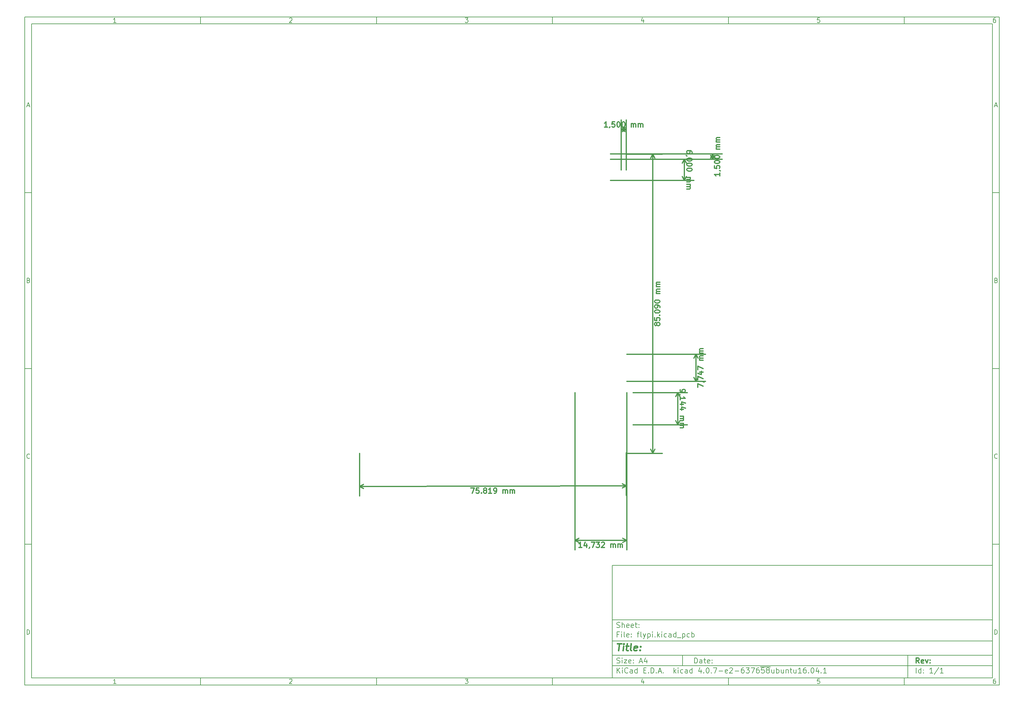
<source format=gbr>
G04 #@! TF.FileFunction,Other,ECO2*
%FSLAX46Y46*%
G04 Gerber Fmt 4.6, Leading zero omitted, Abs format (unit mm)*
G04 Created by KiCad (PCBNEW 4.0.7-e2-6376~58~ubuntu16.04.1) date Sun Jan 28 20:38:59 2018*
%MOMM*%
%LPD*%
G01*
G04 APERTURE LIST*
%ADD10C,0.100000*%
%ADD11C,0.150000*%
%ADD12C,0.300000*%
%ADD13C,0.400000*%
G04 APERTURE END LIST*
D10*
D11*
X177002200Y-166007200D02*
X177002200Y-198007200D01*
X285002200Y-198007200D01*
X285002200Y-166007200D01*
X177002200Y-166007200D01*
D10*
D11*
X10000000Y-10000000D02*
X10000000Y-200007200D01*
X287002200Y-200007200D01*
X287002200Y-10000000D01*
X10000000Y-10000000D01*
D10*
D11*
X12000000Y-12000000D02*
X12000000Y-198007200D01*
X285002200Y-198007200D01*
X285002200Y-12000000D01*
X12000000Y-12000000D01*
D10*
D11*
X60000000Y-12000000D02*
X60000000Y-10000000D01*
D10*
D11*
X110000000Y-12000000D02*
X110000000Y-10000000D01*
D10*
D11*
X160000000Y-12000000D02*
X160000000Y-10000000D01*
D10*
D11*
X210000000Y-12000000D02*
X210000000Y-10000000D01*
D10*
D11*
X260000000Y-12000000D02*
X260000000Y-10000000D01*
D10*
D11*
X35990476Y-11588095D02*
X35247619Y-11588095D01*
X35619048Y-11588095D02*
X35619048Y-10288095D01*
X35495238Y-10473810D01*
X35371429Y-10597619D01*
X35247619Y-10659524D01*
D10*
D11*
X85247619Y-10411905D02*
X85309524Y-10350000D01*
X85433333Y-10288095D01*
X85742857Y-10288095D01*
X85866667Y-10350000D01*
X85928571Y-10411905D01*
X85990476Y-10535714D01*
X85990476Y-10659524D01*
X85928571Y-10845238D01*
X85185714Y-11588095D01*
X85990476Y-11588095D01*
D10*
D11*
X135185714Y-10288095D02*
X135990476Y-10288095D01*
X135557143Y-10783333D01*
X135742857Y-10783333D01*
X135866667Y-10845238D01*
X135928571Y-10907143D01*
X135990476Y-11030952D01*
X135990476Y-11340476D01*
X135928571Y-11464286D01*
X135866667Y-11526190D01*
X135742857Y-11588095D01*
X135371429Y-11588095D01*
X135247619Y-11526190D01*
X135185714Y-11464286D01*
D10*
D11*
X185866667Y-10721429D02*
X185866667Y-11588095D01*
X185557143Y-10226190D02*
X185247619Y-11154762D01*
X186052381Y-11154762D01*
D10*
D11*
X235928571Y-10288095D02*
X235309524Y-10288095D01*
X235247619Y-10907143D01*
X235309524Y-10845238D01*
X235433333Y-10783333D01*
X235742857Y-10783333D01*
X235866667Y-10845238D01*
X235928571Y-10907143D01*
X235990476Y-11030952D01*
X235990476Y-11340476D01*
X235928571Y-11464286D01*
X235866667Y-11526190D01*
X235742857Y-11588095D01*
X235433333Y-11588095D01*
X235309524Y-11526190D01*
X235247619Y-11464286D01*
D10*
D11*
X285866667Y-10288095D02*
X285619048Y-10288095D01*
X285495238Y-10350000D01*
X285433333Y-10411905D01*
X285309524Y-10597619D01*
X285247619Y-10845238D01*
X285247619Y-11340476D01*
X285309524Y-11464286D01*
X285371429Y-11526190D01*
X285495238Y-11588095D01*
X285742857Y-11588095D01*
X285866667Y-11526190D01*
X285928571Y-11464286D01*
X285990476Y-11340476D01*
X285990476Y-11030952D01*
X285928571Y-10907143D01*
X285866667Y-10845238D01*
X285742857Y-10783333D01*
X285495238Y-10783333D01*
X285371429Y-10845238D01*
X285309524Y-10907143D01*
X285247619Y-11030952D01*
D10*
D11*
X60000000Y-198007200D02*
X60000000Y-200007200D01*
D10*
D11*
X110000000Y-198007200D02*
X110000000Y-200007200D01*
D10*
D11*
X160000000Y-198007200D02*
X160000000Y-200007200D01*
D10*
D11*
X210000000Y-198007200D02*
X210000000Y-200007200D01*
D10*
D11*
X260000000Y-198007200D02*
X260000000Y-200007200D01*
D10*
D11*
X35990476Y-199595295D02*
X35247619Y-199595295D01*
X35619048Y-199595295D02*
X35619048Y-198295295D01*
X35495238Y-198481010D01*
X35371429Y-198604819D01*
X35247619Y-198666724D01*
D10*
D11*
X85247619Y-198419105D02*
X85309524Y-198357200D01*
X85433333Y-198295295D01*
X85742857Y-198295295D01*
X85866667Y-198357200D01*
X85928571Y-198419105D01*
X85990476Y-198542914D01*
X85990476Y-198666724D01*
X85928571Y-198852438D01*
X85185714Y-199595295D01*
X85990476Y-199595295D01*
D10*
D11*
X135185714Y-198295295D02*
X135990476Y-198295295D01*
X135557143Y-198790533D01*
X135742857Y-198790533D01*
X135866667Y-198852438D01*
X135928571Y-198914343D01*
X135990476Y-199038152D01*
X135990476Y-199347676D01*
X135928571Y-199471486D01*
X135866667Y-199533390D01*
X135742857Y-199595295D01*
X135371429Y-199595295D01*
X135247619Y-199533390D01*
X135185714Y-199471486D01*
D10*
D11*
X185866667Y-198728629D02*
X185866667Y-199595295D01*
X185557143Y-198233390D02*
X185247619Y-199161962D01*
X186052381Y-199161962D01*
D10*
D11*
X235928571Y-198295295D02*
X235309524Y-198295295D01*
X235247619Y-198914343D01*
X235309524Y-198852438D01*
X235433333Y-198790533D01*
X235742857Y-198790533D01*
X235866667Y-198852438D01*
X235928571Y-198914343D01*
X235990476Y-199038152D01*
X235990476Y-199347676D01*
X235928571Y-199471486D01*
X235866667Y-199533390D01*
X235742857Y-199595295D01*
X235433333Y-199595295D01*
X235309524Y-199533390D01*
X235247619Y-199471486D01*
D10*
D11*
X285866667Y-198295295D02*
X285619048Y-198295295D01*
X285495238Y-198357200D01*
X285433333Y-198419105D01*
X285309524Y-198604819D01*
X285247619Y-198852438D01*
X285247619Y-199347676D01*
X285309524Y-199471486D01*
X285371429Y-199533390D01*
X285495238Y-199595295D01*
X285742857Y-199595295D01*
X285866667Y-199533390D01*
X285928571Y-199471486D01*
X285990476Y-199347676D01*
X285990476Y-199038152D01*
X285928571Y-198914343D01*
X285866667Y-198852438D01*
X285742857Y-198790533D01*
X285495238Y-198790533D01*
X285371429Y-198852438D01*
X285309524Y-198914343D01*
X285247619Y-199038152D01*
D10*
D11*
X10000000Y-60000000D02*
X12000000Y-60000000D01*
D10*
D11*
X10000000Y-110000000D02*
X12000000Y-110000000D01*
D10*
D11*
X10000000Y-160000000D02*
X12000000Y-160000000D01*
D10*
D11*
X10690476Y-35216667D02*
X11309524Y-35216667D01*
X10566667Y-35588095D02*
X11000000Y-34288095D01*
X11433333Y-35588095D01*
D10*
D11*
X11092857Y-84907143D02*
X11278571Y-84969048D01*
X11340476Y-85030952D01*
X11402381Y-85154762D01*
X11402381Y-85340476D01*
X11340476Y-85464286D01*
X11278571Y-85526190D01*
X11154762Y-85588095D01*
X10659524Y-85588095D01*
X10659524Y-84288095D01*
X11092857Y-84288095D01*
X11216667Y-84350000D01*
X11278571Y-84411905D01*
X11340476Y-84535714D01*
X11340476Y-84659524D01*
X11278571Y-84783333D01*
X11216667Y-84845238D01*
X11092857Y-84907143D01*
X10659524Y-84907143D01*
D10*
D11*
X11402381Y-135464286D02*
X11340476Y-135526190D01*
X11154762Y-135588095D01*
X11030952Y-135588095D01*
X10845238Y-135526190D01*
X10721429Y-135402381D01*
X10659524Y-135278571D01*
X10597619Y-135030952D01*
X10597619Y-134845238D01*
X10659524Y-134597619D01*
X10721429Y-134473810D01*
X10845238Y-134350000D01*
X11030952Y-134288095D01*
X11154762Y-134288095D01*
X11340476Y-134350000D01*
X11402381Y-134411905D01*
D10*
D11*
X10659524Y-185588095D02*
X10659524Y-184288095D01*
X10969048Y-184288095D01*
X11154762Y-184350000D01*
X11278571Y-184473810D01*
X11340476Y-184597619D01*
X11402381Y-184845238D01*
X11402381Y-185030952D01*
X11340476Y-185278571D01*
X11278571Y-185402381D01*
X11154762Y-185526190D01*
X10969048Y-185588095D01*
X10659524Y-185588095D01*
D10*
D11*
X287002200Y-60000000D02*
X285002200Y-60000000D01*
D10*
D11*
X287002200Y-110000000D02*
X285002200Y-110000000D01*
D10*
D11*
X287002200Y-160000000D02*
X285002200Y-160000000D01*
D10*
D11*
X285692676Y-35216667D02*
X286311724Y-35216667D01*
X285568867Y-35588095D02*
X286002200Y-34288095D01*
X286435533Y-35588095D01*
D10*
D11*
X286095057Y-84907143D02*
X286280771Y-84969048D01*
X286342676Y-85030952D01*
X286404581Y-85154762D01*
X286404581Y-85340476D01*
X286342676Y-85464286D01*
X286280771Y-85526190D01*
X286156962Y-85588095D01*
X285661724Y-85588095D01*
X285661724Y-84288095D01*
X286095057Y-84288095D01*
X286218867Y-84350000D01*
X286280771Y-84411905D01*
X286342676Y-84535714D01*
X286342676Y-84659524D01*
X286280771Y-84783333D01*
X286218867Y-84845238D01*
X286095057Y-84907143D01*
X285661724Y-84907143D01*
D10*
D11*
X286404581Y-135464286D02*
X286342676Y-135526190D01*
X286156962Y-135588095D01*
X286033152Y-135588095D01*
X285847438Y-135526190D01*
X285723629Y-135402381D01*
X285661724Y-135278571D01*
X285599819Y-135030952D01*
X285599819Y-134845238D01*
X285661724Y-134597619D01*
X285723629Y-134473810D01*
X285847438Y-134350000D01*
X286033152Y-134288095D01*
X286156962Y-134288095D01*
X286342676Y-134350000D01*
X286404581Y-134411905D01*
D10*
D11*
X285661724Y-185588095D02*
X285661724Y-184288095D01*
X285971248Y-184288095D01*
X286156962Y-184350000D01*
X286280771Y-184473810D01*
X286342676Y-184597619D01*
X286404581Y-184845238D01*
X286404581Y-185030952D01*
X286342676Y-185278571D01*
X286280771Y-185402381D01*
X286156962Y-185526190D01*
X285971248Y-185588095D01*
X285661724Y-185588095D01*
D10*
D11*
X200359343Y-193785771D02*
X200359343Y-192285771D01*
X200716486Y-192285771D01*
X200930771Y-192357200D01*
X201073629Y-192500057D01*
X201145057Y-192642914D01*
X201216486Y-192928629D01*
X201216486Y-193142914D01*
X201145057Y-193428629D01*
X201073629Y-193571486D01*
X200930771Y-193714343D01*
X200716486Y-193785771D01*
X200359343Y-193785771D01*
X202502200Y-193785771D02*
X202502200Y-193000057D01*
X202430771Y-192857200D01*
X202287914Y-192785771D01*
X202002200Y-192785771D01*
X201859343Y-192857200D01*
X202502200Y-193714343D02*
X202359343Y-193785771D01*
X202002200Y-193785771D01*
X201859343Y-193714343D01*
X201787914Y-193571486D01*
X201787914Y-193428629D01*
X201859343Y-193285771D01*
X202002200Y-193214343D01*
X202359343Y-193214343D01*
X202502200Y-193142914D01*
X203002200Y-192785771D02*
X203573629Y-192785771D01*
X203216486Y-192285771D02*
X203216486Y-193571486D01*
X203287914Y-193714343D01*
X203430772Y-193785771D01*
X203573629Y-193785771D01*
X204645057Y-193714343D02*
X204502200Y-193785771D01*
X204216486Y-193785771D01*
X204073629Y-193714343D01*
X204002200Y-193571486D01*
X204002200Y-193000057D01*
X204073629Y-192857200D01*
X204216486Y-192785771D01*
X204502200Y-192785771D01*
X204645057Y-192857200D01*
X204716486Y-193000057D01*
X204716486Y-193142914D01*
X204002200Y-193285771D01*
X205359343Y-193642914D02*
X205430771Y-193714343D01*
X205359343Y-193785771D01*
X205287914Y-193714343D01*
X205359343Y-193642914D01*
X205359343Y-193785771D01*
X205359343Y-192857200D02*
X205430771Y-192928629D01*
X205359343Y-193000057D01*
X205287914Y-192928629D01*
X205359343Y-192857200D01*
X205359343Y-193000057D01*
D10*
D11*
X177002200Y-194507200D02*
X285002200Y-194507200D01*
D10*
D11*
X178359343Y-196585771D02*
X178359343Y-195085771D01*
X179216486Y-196585771D02*
X178573629Y-195728629D01*
X179216486Y-195085771D02*
X178359343Y-195942914D01*
X179859343Y-196585771D02*
X179859343Y-195585771D01*
X179859343Y-195085771D02*
X179787914Y-195157200D01*
X179859343Y-195228629D01*
X179930771Y-195157200D01*
X179859343Y-195085771D01*
X179859343Y-195228629D01*
X181430772Y-196442914D02*
X181359343Y-196514343D01*
X181145057Y-196585771D01*
X181002200Y-196585771D01*
X180787915Y-196514343D01*
X180645057Y-196371486D01*
X180573629Y-196228629D01*
X180502200Y-195942914D01*
X180502200Y-195728629D01*
X180573629Y-195442914D01*
X180645057Y-195300057D01*
X180787915Y-195157200D01*
X181002200Y-195085771D01*
X181145057Y-195085771D01*
X181359343Y-195157200D01*
X181430772Y-195228629D01*
X182716486Y-196585771D02*
X182716486Y-195800057D01*
X182645057Y-195657200D01*
X182502200Y-195585771D01*
X182216486Y-195585771D01*
X182073629Y-195657200D01*
X182716486Y-196514343D02*
X182573629Y-196585771D01*
X182216486Y-196585771D01*
X182073629Y-196514343D01*
X182002200Y-196371486D01*
X182002200Y-196228629D01*
X182073629Y-196085771D01*
X182216486Y-196014343D01*
X182573629Y-196014343D01*
X182716486Y-195942914D01*
X184073629Y-196585771D02*
X184073629Y-195085771D01*
X184073629Y-196514343D02*
X183930772Y-196585771D01*
X183645058Y-196585771D01*
X183502200Y-196514343D01*
X183430772Y-196442914D01*
X183359343Y-196300057D01*
X183359343Y-195871486D01*
X183430772Y-195728629D01*
X183502200Y-195657200D01*
X183645058Y-195585771D01*
X183930772Y-195585771D01*
X184073629Y-195657200D01*
X185930772Y-195800057D02*
X186430772Y-195800057D01*
X186645058Y-196585771D02*
X185930772Y-196585771D01*
X185930772Y-195085771D01*
X186645058Y-195085771D01*
X187287915Y-196442914D02*
X187359343Y-196514343D01*
X187287915Y-196585771D01*
X187216486Y-196514343D01*
X187287915Y-196442914D01*
X187287915Y-196585771D01*
X188002201Y-196585771D02*
X188002201Y-195085771D01*
X188359344Y-195085771D01*
X188573629Y-195157200D01*
X188716487Y-195300057D01*
X188787915Y-195442914D01*
X188859344Y-195728629D01*
X188859344Y-195942914D01*
X188787915Y-196228629D01*
X188716487Y-196371486D01*
X188573629Y-196514343D01*
X188359344Y-196585771D01*
X188002201Y-196585771D01*
X189502201Y-196442914D02*
X189573629Y-196514343D01*
X189502201Y-196585771D01*
X189430772Y-196514343D01*
X189502201Y-196442914D01*
X189502201Y-196585771D01*
X190145058Y-196157200D02*
X190859344Y-196157200D01*
X190002201Y-196585771D02*
X190502201Y-195085771D01*
X191002201Y-196585771D01*
X191502201Y-196442914D02*
X191573629Y-196514343D01*
X191502201Y-196585771D01*
X191430772Y-196514343D01*
X191502201Y-196442914D01*
X191502201Y-196585771D01*
X194502201Y-196585771D02*
X194502201Y-195085771D01*
X194645058Y-196014343D02*
X195073629Y-196585771D01*
X195073629Y-195585771D02*
X194502201Y-196157200D01*
X195716487Y-196585771D02*
X195716487Y-195585771D01*
X195716487Y-195085771D02*
X195645058Y-195157200D01*
X195716487Y-195228629D01*
X195787915Y-195157200D01*
X195716487Y-195085771D01*
X195716487Y-195228629D01*
X197073630Y-196514343D02*
X196930773Y-196585771D01*
X196645059Y-196585771D01*
X196502201Y-196514343D01*
X196430773Y-196442914D01*
X196359344Y-196300057D01*
X196359344Y-195871486D01*
X196430773Y-195728629D01*
X196502201Y-195657200D01*
X196645059Y-195585771D01*
X196930773Y-195585771D01*
X197073630Y-195657200D01*
X198359344Y-196585771D02*
X198359344Y-195800057D01*
X198287915Y-195657200D01*
X198145058Y-195585771D01*
X197859344Y-195585771D01*
X197716487Y-195657200D01*
X198359344Y-196514343D02*
X198216487Y-196585771D01*
X197859344Y-196585771D01*
X197716487Y-196514343D01*
X197645058Y-196371486D01*
X197645058Y-196228629D01*
X197716487Y-196085771D01*
X197859344Y-196014343D01*
X198216487Y-196014343D01*
X198359344Y-195942914D01*
X199716487Y-196585771D02*
X199716487Y-195085771D01*
X199716487Y-196514343D02*
X199573630Y-196585771D01*
X199287916Y-196585771D01*
X199145058Y-196514343D01*
X199073630Y-196442914D01*
X199002201Y-196300057D01*
X199002201Y-195871486D01*
X199073630Y-195728629D01*
X199145058Y-195657200D01*
X199287916Y-195585771D01*
X199573630Y-195585771D01*
X199716487Y-195657200D01*
X202216487Y-195585771D02*
X202216487Y-196585771D01*
X201859344Y-195014343D02*
X201502201Y-196085771D01*
X202430773Y-196085771D01*
X203002201Y-196442914D02*
X203073629Y-196514343D01*
X203002201Y-196585771D01*
X202930772Y-196514343D01*
X203002201Y-196442914D01*
X203002201Y-196585771D01*
X204002201Y-195085771D02*
X204145058Y-195085771D01*
X204287915Y-195157200D01*
X204359344Y-195228629D01*
X204430773Y-195371486D01*
X204502201Y-195657200D01*
X204502201Y-196014343D01*
X204430773Y-196300057D01*
X204359344Y-196442914D01*
X204287915Y-196514343D01*
X204145058Y-196585771D01*
X204002201Y-196585771D01*
X203859344Y-196514343D01*
X203787915Y-196442914D01*
X203716487Y-196300057D01*
X203645058Y-196014343D01*
X203645058Y-195657200D01*
X203716487Y-195371486D01*
X203787915Y-195228629D01*
X203859344Y-195157200D01*
X204002201Y-195085771D01*
X205145058Y-196442914D02*
X205216486Y-196514343D01*
X205145058Y-196585771D01*
X205073629Y-196514343D01*
X205145058Y-196442914D01*
X205145058Y-196585771D01*
X205716487Y-195085771D02*
X206716487Y-195085771D01*
X206073630Y-196585771D01*
X207287915Y-196014343D02*
X208430772Y-196014343D01*
X209716486Y-196514343D02*
X209573629Y-196585771D01*
X209287915Y-196585771D01*
X209145058Y-196514343D01*
X209073629Y-196371486D01*
X209073629Y-195800057D01*
X209145058Y-195657200D01*
X209287915Y-195585771D01*
X209573629Y-195585771D01*
X209716486Y-195657200D01*
X209787915Y-195800057D01*
X209787915Y-195942914D01*
X209073629Y-196085771D01*
X210359343Y-195228629D02*
X210430772Y-195157200D01*
X210573629Y-195085771D01*
X210930772Y-195085771D01*
X211073629Y-195157200D01*
X211145058Y-195228629D01*
X211216486Y-195371486D01*
X211216486Y-195514343D01*
X211145058Y-195728629D01*
X210287915Y-196585771D01*
X211216486Y-196585771D01*
X211859343Y-196014343D02*
X213002200Y-196014343D01*
X214359343Y-195085771D02*
X214073629Y-195085771D01*
X213930772Y-195157200D01*
X213859343Y-195228629D01*
X213716486Y-195442914D01*
X213645057Y-195728629D01*
X213645057Y-196300057D01*
X213716486Y-196442914D01*
X213787914Y-196514343D01*
X213930772Y-196585771D01*
X214216486Y-196585771D01*
X214359343Y-196514343D01*
X214430772Y-196442914D01*
X214502200Y-196300057D01*
X214502200Y-195942914D01*
X214430772Y-195800057D01*
X214359343Y-195728629D01*
X214216486Y-195657200D01*
X213930772Y-195657200D01*
X213787914Y-195728629D01*
X213716486Y-195800057D01*
X213645057Y-195942914D01*
X215002200Y-195085771D02*
X215930771Y-195085771D01*
X215430771Y-195657200D01*
X215645057Y-195657200D01*
X215787914Y-195728629D01*
X215859343Y-195800057D01*
X215930771Y-195942914D01*
X215930771Y-196300057D01*
X215859343Y-196442914D01*
X215787914Y-196514343D01*
X215645057Y-196585771D01*
X215216485Y-196585771D01*
X215073628Y-196514343D01*
X215002200Y-196442914D01*
X216430771Y-195085771D02*
X217430771Y-195085771D01*
X216787914Y-196585771D01*
X218645056Y-195085771D02*
X218359342Y-195085771D01*
X218216485Y-195157200D01*
X218145056Y-195228629D01*
X218002199Y-195442914D01*
X217930770Y-195728629D01*
X217930770Y-196300057D01*
X218002199Y-196442914D01*
X218073627Y-196514343D01*
X218216485Y-196585771D01*
X218502199Y-196585771D01*
X218645056Y-196514343D01*
X218716485Y-196442914D01*
X218787913Y-196300057D01*
X218787913Y-195942914D01*
X218716485Y-195800057D01*
X218645056Y-195728629D01*
X218502199Y-195657200D01*
X218216485Y-195657200D01*
X218073627Y-195728629D01*
X218002199Y-195800057D01*
X217930770Y-195942914D01*
X220145056Y-195085771D02*
X219430770Y-195085771D01*
X219359341Y-195800057D01*
X219430770Y-195728629D01*
X219573627Y-195657200D01*
X219930770Y-195657200D01*
X220073627Y-195728629D01*
X220145056Y-195800057D01*
X220216484Y-195942914D01*
X220216484Y-196300057D01*
X220145056Y-196442914D01*
X220073627Y-196514343D01*
X219930770Y-196585771D01*
X219573627Y-196585771D01*
X219430770Y-196514343D01*
X219359341Y-196442914D01*
X221073627Y-195728629D02*
X220930769Y-195657200D01*
X220859341Y-195585771D01*
X220787912Y-195442914D01*
X220787912Y-195371486D01*
X220859341Y-195228629D01*
X220930769Y-195157200D01*
X221073627Y-195085771D01*
X221359341Y-195085771D01*
X221502198Y-195157200D01*
X221573627Y-195228629D01*
X221645055Y-195371486D01*
X221645055Y-195442914D01*
X221573627Y-195585771D01*
X221502198Y-195657200D01*
X221359341Y-195728629D01*
X221073627Y-195728629D01*
X220930769Y-195800057D01*
X220859341Y-195871486D01*
X220787912Y-196014343D01*
X220787912Y-196300057D01*
X220859341Y-196442914D01*
X220930769Y-196514343D01*
X221073627Y-196585771D01*
X221359341Y-196585771D01*
X221502198Y-196514343D01*
X221573627Y-196442914D01*
X221645055Y-196300057D01*
X221645055Y-196014343D01*
X221573627Y-195871486D01*
X221502198Y-195800057D01*
X221359341Y-195728629D01*
X219073627Y-194827200D02*
X221930769Y-194827200D01*
X222930769Y-195585771D02*
X222930769Y-196585771D01*
X222287912Y-195585771D02*
X222287912Y-196371486D01*
X222359340Y-196514343D01*
X222502198Y-196585771D01*
X222716483Y-196585771D01*
X222859340Y-196514343D01*
X222930769Y-196442914D01*
X223645055Y-196585771D02*
X223645055Y-195085771D01*
X223645055Y-195657200D02*
X223787912Y-195585771D01*
X224073626Y-195585771D01*
X224216483Y-195657200D01*
X224287912Y-195728629D01*
X224359341Y-195871486D01*
X224359341Y-196300057D01*
X224287912Y-196442914D01*
X224216483Y-196514343D01*
X224073626Y-196585771D01*
X223787912Y-196585771D01*
X223645055Y-196514343D01*
X225645055Y-195585771D02*
X225645055Y-196585771D01*
X225002198Y-195585771D02*
X225002198Y-196371486D01*
X225073626Y-196514343D01*
X225216484Y-196585771D01*
X225430769Y-196585771D01*
X225573626Y-196514343D01*
X225645055Y-196442914D01*
X226359341Y-195585771D02*
X226359341Y-196585771D01*
X226359341Y-195728629D02*
X226430769Y-195657200D01*
X226573627Y-195585771D01*
X226787912Y-195585771D01*
X226930769Y-195657200D01*
X227002198Y-195800057D01*
X227002198Y-196585771D01*
X227502198Y-195585771D02*
X228073627Y-195585771D01*
X227716484Y-195085771D02*
X227716484Y-196371486D01*
X227787912Y-196514343D01*
X227930770Y-196585771D01*
X228073627Y-196585771D01*
X229216484Y-195585771D02*
X229216484Y-196585771D01*
X228573627Y-195585771D02*
X228573627Y-196371486D01*
X228645055Y-196514343D01*
X228787913Y-196585771D01*
X229002198Y-196585771D01*
X229145055Y-196514343D01*
X229216484Y-196442914D01*
X230716484Y-196585771D02*
X229859341Y-196585771D01*
X230287913Y-196585771D02*
X230287913Y-195085771D01*
X230145056Y-195300057D01*
X230002198Y-195442914D01*
X229859341Y-195514343D01*
X232002198Y-195085771D02*
X231716484Y-195085771D01*
X231573627Y-195157200D01*
X231502198Y-195228629D01*
X231359341Y-195442914D01*
X231287912Y-195728629D01*
X231287912Y-196300057D01*
X231359341Y-196442914D01*
X231430769Y-196514343D01*
X231573627Y-196585771D01*
X231859341Y-196585771D01*
X232002198Y-196514343D01*
X232073627Y-196442914D01*
X232145055Y-196300057D01*
X232145055Y-195942914D01*
X232073627Y-195800057D01*
X232002198Y-195728629D01*
X231859341Y-195657200D01*
X231573627Y-195657200D01*
X231430769Y-195728629D01*
X231359341Y-195800057D01*
X231287912Y-195942914D01*
X232787912Y-196442914D02*
X232859340Y-196514343D01*
X232787912Y-196585771D01*
X232716483Y-196514343D01*
X232787912Y-196442914D01*
X232787912Y-196585771D01*
X233787912Y-195085771D02*
X233930769Y-195085771D01*
X234073626Y-195157200D01*
X234145055Y-195228629D01*
X234216484Y-195371486D01*
X234287912Y-195657200D01*
X234287912Y-196014343D01*
X234216484Y-196300057D01*
X234145055Y-196442914D01*
X234073626Y-196514343D01*
X233930769Y-196585771D01*
X233787912Y-196585771D01*
X233645055Y-196514343D01*
X233573626Y-196442914D01*
X233502198Y-196300057D01*
X233430769Y-196014343D01*
X233430769Y-195657200D01*
X233502198Y-195371486D01*
X233573626Y-195228629D01*
X233645055Y-195157200D01*
X233787912Y-195085771D01*
X235573626Y-195585771D02*
X235573626Y-196585771D01*
X235216483Y-195014343D02*
X234859340Y-196085771D01*
X235787912Y-196085771D01*
X236359340Y-196442914D02*
X236430768Y-196514343D01*
X236359340Y-196585771D01*
X236287911Y-196514343D01*
X236359340Y-196442914D01*
X236359340Y-196585771D01*
X237859340Y-196585771D02*
X237002197Y-196585771D01*
X237430769Y-196585771D02*
X237430769Y-195085771D01*
X237287912Y-195300057D01*
X237145054Y-195442914D01*
X237002197Y-195514343D01*
D10*
D11*
X177002200Y-191507200D02*
X285002200Y-191507200D01*
D10*
D12*
X264216486Y-193785771D02*
X263716486Y-193071486D01*
X263359343Y-193785771D02*
X263359343Y-192285771D01*
X263930771Y-192285771D01*
X264073629Y-192357200D01*
X264145057Y-192428629D01*
X264216486Y-192571486D01*
X264216486Y-192785771D01*
X264145057Y-192928629D01*
X264073629Y-193000057D01*
X263930771Y-193071486D01*
X263359343Y-193071486D01*
X265430771Y-193714343D02*
X265287914Y-193785771D01*
X265002200Y-193785771D01*
X264859343Y-193714343D01*
X264787914Y-193571486D01*
X264787914Y-193000057D01*
X264859343Y-192857200D01*
X265002200Y-192785771D01*
X265287914Y-192785771D01*
X265430771Y-192857200D01*
X265502200Y-193000057D01*
X265502200Y-193142914D01*
X264787914Y-193285771D01*
X266002200Y-192785771D02*
X266359343Y-193785771D01*
X266716485Y-192785771D01*
X267287914Y-193642914D02*
X267359342Y-193714343D01*
X267287914Y-193785771D01*
X267216485Y-193714343D01*
X267287914Y-193642914D01*
X267287914Y-193785771D01*
X267287914Y-192857200D02*
X267359342Y-192928629D01*
X267287914Y-193000057D01*
X267216485Y-192928629D01*
X267287914Y-192857200D01*
X267287914Y-193000057D01*
D10*
D11*
X178287914Y-193714343D02*
X178502200Y-193785771D01*
X178859343Y-193785771D01*
X179002200Y-193714343D01*
X179073629Y-193642914D01*
X179145057Y-193500057D01*
X179145057Y-193357200D01*
X179073629Y-193214343D01*
X179002200Y-193142914D01*
X178859343Y-193071486D01*
X178573629Y-193000057D01*
X178430771Y-192928629D01*
X178359343Y-192857200D01*
X178287914Y-192714343D01*
X178287914Y-192571486D01*
X178359343Y-192428629D01*
X178430771Y-192357200D01*
X178573629Y-192285771D01*
X178930771Y-192285771D01*
X179145057Y-192357200D01*
X179787914Y-193785771D02*
X179787914Y-192785771D01*
X179787914Y-192285771D02*
X179716485Y-192357200D01*
X179787914Y-192428629D01*
X179859342Y-192357200D01*
X179787914Y-192285771D01*
X179787914Y-192428629D01*
X180359343Y-192785771D02*
X181145057Y-192785771D01*
X180359343Y-193785771D01*
X181145057Y-193785771D01*
X182287914Y-193714343D02*
X182145057Y-193785771D01*
X181859343Y-193785771D01*
X181716486Y-193714343D01*
X181645057Y-193571486D01*
X181645057Y-193000057D01*
X181716486Y-192857200D01*
X181859343Y-192785771D01*
X182145057Y-192785771D01*
X182287914Y-192857200D01*
X182359343Y-193000057D01*
X182359343Y-193142914D01*
X181645057Y-193285771D01*
X183002200Y-193642914D02*
X183073628Y-193714343D01*
X183002200Y-193785771D01*
X182930771Y-193714343D01*
X183002200Y-193642914D01*
X183002200Y-193785771D01*
X183002200Y-192857200D02*
X183073628Y-192928629D01*
X183002200Y-193000057D01*
X182930771Y-192928629D01*
X183002200Y-192857200D01*
X183002200Y-193000057D01*
X184787914Y-193357200D02*
X185502200Y-193357200D01*
X184645057Y-193785771D02*
X185145057Y-192285771D01*
X185645057Y-193785771D01*
X186787914Y-192785771D02*
X186787914Y-193785771D01*
X186430771Y-192214343D02*
X186073628Y-193285771D01*
X187002200Y-193285771D01*
D10*
D11*
X263359343Y-196585771D02*
X263359343Y-195085771D01*
X264716486Y-196585771D02*
X264716486Y-195085771D01*
X264716486Y-196514343D02*
X264573629Y-196585771D01*
X264287915Y-196585771D01*
X264145057Y-196514343D01*
X264073629Y-196442914D01*
X264002200Y-196300057D01*
X264002200Y-195871486D01*
X264073629Y-195728629D01*
X264145057Y-195657200D01*
X264287915Y-195585771D01*
X264573629Y-195585771D01*
X264716486Y-195657200D01*
X265430772Y-196442914D02*
X265502200Y-196514343D01*
X265430772Y-196585771D01*
X265359343Y-196514343D01*
X265430772Y-196442914D01*
X265430772Y-196585771D01*
X265430772Y-195657200D02*
X265502200Y-195728629D01*
X265430772Y-195800057D01*
X265359343Y-195728629D01*
X265430772Y-195657200D01*
X265430772Y-195800057D01*
X268073629Y-196585771D02*
X267216486Y-196585771D01*
X267645058Y-196585771D02*
X267645058Y-195085771D01*
X267502201Y-195300057D01*
X267359343Y-195442914D01*
X267216486Y-195514343D01*
X269787914Y-195014343D02*
X268502200Y-196942914D01*
X271073629Y-196585771D02*
X270216486Y-196585771D01*
X270645058Y-196585771D02*
X270645058Y-195085771D01*
X270502201Y-195300057D01*
X270359343Y-195442914D01*
X270216486Y-195514343D01*
D10*
D11*
X177002200Y-187507200D02*
X285002200Y-187507200D01*
D10*
D13*
X178454581Y-188211962D02*
X179597438Y-188211962D01*
X178776010Y-190211962D02*
X179026010Y-188211962D01*
X180014105Y-190211962D02*
X180180771Y-188878629D01*
X180264105Y-188211962D02*
X180156962Y-188307200D01*
X180240295Y-188402438D01*
X180347439Y-188307200D01*
X180264105Y-188211962D01*
X180240295Y-188402438D01*
X180847438Y-188878629D02*
X181609343Y-188878629D01*
X181216486Y-188211962D02*
X181002200Y-189926248D01*
X181073630Y-190116724D01*
X181252201Y-190211962D01*
X181442677Y-190211962D01*
X182395058Y-190211962D02*
X182216487Y-190116724D01*
X182145057Y-189926248D01*
X182359343Y-188211962D01*
X183930772Y-190116724D02*
X183728391Y-190211962D01*
X183347439Y-190211962D01*
X183168867Y-190116724D01*
X183097438Y-189926248D01*
X183192676Y-189164343D01*
X183311724Y-188973867D01*
X183514105Y-188878629D01*
X183895057Y-188878629D01*
X184073629Y-188973867D01*
X184145057Y-189164343D01*
X184121248Y-189354819D01*
X183145057Y-189545295D01*
X184895057Y-190021486D02*
X184978392Y-190116724D01*
X184871248Y-190211962D01*
X184787915Y-190116724D01*
X184895057Y-190021486D01*
X184871248Y-190211962D01*
X185026010Y-188973867D02*
X185109344Y-189069105D01*
X185002200Y-189164343D01*
X184918867Y-189069105D01*
X185026010Y-188973867D01*
X185002200Y-189164343D01*
D10*
D11*
X178859343Y-185600057D02*
X178359343Y-185600057D01*
X178359343Y-186385771D02*
X178359343Y-184885771D01*
X179073629Y-184885771D01*
X179645057Y-186385771D02*
X179645057Y-185385771D01*
X179645057Y-184885771D02*
X179573628Y-184957200D01*
X179645057Y-185028629D01*
X179716485Y-184957200D01*
X179645057Y-184885771D01*
X179645057Y-185028629D01*
X180573629Y-186385771D02*
X180430771Y-186314343D01*
X180359343Y-186171486D01*
X180359343Y-184885771D01*
X181716485Y-186314343D02*
X181573628Y-186385771D01*
X181287914Y-186385771D01*
X181145057Y-186314343D01*
X181073628Y-186171486D01*
X181073628Y-185600057D01*
X181145057Y-185457200D01*
X181287914Y-185385771D01*
X181573628Y-185385771D01*
X181716485Y-185457200D01*
X181787914Y-185600057D01*
X181787914Y-185742914D01*
X181073628Y-185885771D01*
X182430771Y-186242914D02*
X182502199Y-186314343D01*
X182430771Y-186385771D01*
X182359342Y-186314343D01*
X182430771Y-186242914D01*
X182430771Y-186385771D01*
X182430771Y-185457200D02*
X182502199Y-185528629D01*
X182430771Y-185600057D01*
X182359342Y-185528629D01*
X182430771Y-185457200D01*
X182430771Y-185600057D01*
X184073628Y-185385771D02*
X184645057Y-185385771D01*
X184287914Y-186385771D02*
X184287914Y-185100057D01*
X184359342Y-184957200D01*
X184502200Y-184885771D01*
X184645057Y-184885771D01*
X185359343Y-186385771D02*
X185216485Y-186314343D01*
X185145057Y-186171486D01*
X185145057Y-184885771D01*
X185787914Y-185385771D02*
X186145057Y-186385771D01*
X186502199Y-185385771D02*
X186145057Y-186385771D01*
X186002199Y-186742914D01*
X185930771Y-186814343D01*
X185787914Y-186885771D01*
X187073628Y-185385771D02*
X187073628Y-186885771D01*
X187073628Y-185457200D02*
X187216485Y-185385771D01*
X187502199Y-185385771D01*
X187645056Y-185457200D01*
X187716485Y-185528629D01*
X187787914Y-185671486D01*
X187787914Y-186100057D01*
X187716485Y-186242914D01*
X187645056Y-186314343D01*
X187502199Y-186385771D01*
X187216485Y-186385771D01*
X187073628Y-186314343D01*
X188430771Y-186385771D02*
X188430771Y-185385771D01*
X188430771Y-184885771D02*
X188359342Y-184957200D01*
X188430771Y-185028629D01*
X188502199Y-184957200D01*
X188430771Y-184885771D01*
X188430771Y-185028629D01*
X189145057Y-186242914D02*
X189216485Y-186314343D01*
X189145057Y-186385771D01*
X189073628Y-186314343D01*
X189145057Y-186242914D01*
X189145057Y-186385771D01*
X189859343Y-186385771D02*
X189859343Y-184885771D01*
X190002200Y-185814343D02*
X190430771Y-186385771D01*
X190430771Y-185385771D02*
X189859343Y-185957200D01*
X191073629Y-186385771D02*
X191073629Y-185385771D01*
X191073629Y-184885771D02*
X191002200Y-184957200D01*
X191073629Y-185028629D01*
X191145057Y-184957200D01*
X191073629Y-184885771D01*
X191073629Y-185028629D01*
X192430772Y-186314343D02*
X192287915Y-186385771D01*
X192002201Y-186385771D01*
X191859343Y-186314343D01*
X191787915Y-186242914D01*
X191716486Y-186100057D01*
X191716486Y-185671486D01*
X191787915Y-185528629D01*
X191859343Y-185457200D01*
X192002201Y-185385771D01*
X192287915Y-185385771D01*
X192430772Y-185457200D01*
X193716486Y-186385771D02*
X193716486Y-185600057D01*
X193645057Y-185457200D01*
X193502200Y-185385771D01*
X193216486Y-185385771D01*
X193073629Y-185457200D01*
X193716486Y-186314343D02*
X193573629Y-186385771D01*
X193216486Y-186385771D01*
X193073629Y-186314343D01*
X193002200Y-186171486D01*
X193002200Y-186028629D01*
X193073629Y-185885771D01*
X193216486Y-185814343D01*
X193573629Y-185814343D01*
X193716486Y-185742914D01*
X195073629Y-186385771D02*
X195073629Y-184885771D01*
X195073629Y-186314343D02*
X194930772Y-186385771D01*
X194645058Y-186385771D01*
X194502200Y-186314343D01*
X194430772Y-186242914D01*
X194359343Y-186100057D01*
X194359343Y-185671486D01*
X194430772Y-185528629D01*
X194502200Y-185457200D01*
X194645058Y-185385771D01*
X194930772Y-185385771D01*
X195073629Y-185457200D01*
X195430772Y-186528629D02*
X196573629Y-186528629D01*
X196930772Y-185385771D02*
X196930772Y-186885771D01*
X196930772Y-185457200D02*
X197073629Y-185385771D01*
X197359343Y-185385771D01*
X197502200Y-185457200D01*
X197573629Y-185528629D01*
X197645058Y-185671486D01*
X197645058Y-186100057D01*
X197573629Y-186242914D01*
X197502200Y-186314343D01*
X197359343Y-186385771D01*
X197073629Y-186385771D01*
X196930772Y-186314343D01*
X198930772Y-186314343D02*
X198787915Y-186385771D01*
X198502201Y-186385771D01*
X198359343Y-186314343D01*
X198287915Y-186242914D01*
X198216486Y-186100057D01*
X198216486Y-185671486D01*
X198287915Y-185528629D01*
X198359343Y-185457200D01*
X198502201Y-185385771D01*
X198787915Y-185385771D01*
X198930772Y-185457200D01*
X199573629Y-186385771D02*
X199573629Y-184885771D01*
X199573629Y-185457200D02*
X199716486Y-185385771D01*
X200002200Y-185385771D01*
X200145057Y-185457200D01*
X200216486Y-185528629D01*
X200287915Y-185671486D01*
X200287915Y-186100057D01*
X200216486Y-186242914D01*
X200145057Y-186314343D01*
X200002200Y-186385771D01*
X199716486Y-186385771D01*
X199573629Y-186314343D01*
D10*
D11*
X177002200Y-181507200D02*
X285002200Y-181507200D01*
D10*
D11*
X178287914Y-183614343D02*
X178502200Y-183685771D01*
X178859343Y-183685771D01*
X179002200Y-183614343D01*
X179073629Y-183542914D01*
X179145057Y-183400057D01*
X179145057Y-183257200D01*
X179073629Y-183114343D01*
X179002200Y-183042914D01*
X178859343Y-182971486D01*
X178573629Y-182900057D01*
X178430771Y-182828629D01*
X178359343Y-182757200D01*
X178287914Y-182614343D01*
X178287914Y-182471486D01*
X178359343Y-182328629D01*
X178430771Y-182257200D01*
X178573629Y-182185771D01*
X178930771Y-182185771D01*
X179145057Y-182257200D01*
X179787914Y-183685771D02*
X179787914Y-182185771D01*
X180430771Y-183685771D02*
X180430771Y-182900057D01*
X180359342Y-182757200D01*
X180216485Y-182685771D01*
X180002200Y-182685771D01*
X179859342Y-182757200D01*
X179787914Y-182828629D01*
X181716485Y-183614343D02*
X181573628Y-183685771D01*
X181287914Y-183685771D01*
X181145057Y-183614343D01*
X181073628Y-183471486D01*
X181073628Y-182900057D01*
X181145057Y-182757200D01*
X181287914Y-182685771D01*
X181573628Y-182685771D01*
X181716485Y-182757200D01*
X181787914Y-182900057D01*
X181787914Y-183042914D01*
X181073628Y-183185771D01*
X183002199Y-183614343D02*
X182859342Y-183685771D01*
X182573628Y-183685771D01*
X182430771Y-183614343D01*
X182359342Y-183471486D01*
X182359342Y-182900057D01*
X182430771Y-182757200D01*
X182573628Y-182685771D01*
X182859342Y-182685771D01*
X183002199Y-182757200D01*
X183073628Y-182900057D01*
X183073628Y-183042914D01*
X182359342Y-183185771D01*
X183502199Y-182685771D02*
X184073628Y-182685771D01*
X183716485Y-182185771D02*
X183716485Y-183471486D01*
X183787913Y-183614343D01*
X183930771Y-183685771D01*
X184073628Y-183685771D01*
X184573628Y-183542914D02*
X184645056Y-183614343D01*
X184573628Y-183685771D01*
X184502199Y-183614343D01*
X184573628Y-183542914D01*
X184573628Y-183685771D01*
X184573628Y-182757200D02*
X184645056Y-182828629D01*
X184573628Y-182900057D01*
X184502199Y-182828629D01*
X184573628Y-182757200D01*
X184573628Y-182900057D01*
D10*
D11*
X197002200Y-191507200D02*
X197002200Y-194507200D01*
D10*
D11*
X261002200Y-191507200D02*
X261002200Y-198007200D01*
D12*
X175607144Y-41328571D02*
X174750001Y-41328571D01*
X175178573Y-41328571D02*
X175178573Y-39828571D01*
X175035716Y-40042857D01*
X174892858Y-40185714D01*
X174750001Y-40257143D01*
X176321429Y-41257143D02*
X176321429Y-41328571D01*
X176250001Y-41471429D01*
X176178572Y-41542857D01*
X177678573Y-39828571D02*
X176964287Y-39828571D01*
X176892858Y-40542857D01*
X176964287Y-40471429D01*
X177107144Y-40400000D01*
X177464287Y-40400000D01*
X177607144Y-40471429D01*
X177678573Y-40542857D01*
X177750001Y-40685714D01*
X177750001Y-41042857D01*
X177678573Y-41185714D01*
X177607144Y-41257143D01*
X177464287Y-41328571D01*
X177107144Y-41328571D01*
X176964287Y-41257143D01*
X176892858Y-41185714D01*
X178678572Y-39828571D02*
X178821429Y-39828571D01*
X178964286Y-39900000D01*
X179035715Y-39971429D01*
X179107144Y-40114286D01*
X179178572Y-40400000D01*
X179178572Y-40757143D01*
X179107144Y-41042857D01*
X179035715Y-41185714D01*
X178964286Y-41257143D01*
X178821429Y-41328571D01*
X178678572Y-41328571D01*
X178535715Y-41257143D01*
X178464286Y-41185714D01*
X178392858Y-41042857D01*
X178321429Y-40757143D01*
X178321429Y-40400000D01*
X178392858Y-40114286D01*
X178464286Y-39971429D01*
X178535715Y-39900000D01*
X178678572Y-39828571D01*
X180107143Y-39828571D02*
X180250000Y-39828571D01*
X180392857Y-39900000D01*
X180464286Y-39971429D01*
X180535715Y-40114286D01*
X180607143Y-40400000D01*
X180607143Y-40757143D01*
X180535715Y-41042857D01*
X180464286Y-41185714D01*
X180392857Y-41257143D01*
X180250000Y-41328571D01*
X180107143Y-41328571D01*
X179964286Y-41257143D01*
X179892857Y-41185714D01*
X179821429Y-41042857D01*
X179750000Y-40757143D01*
X179750000Y-40400000D01*
X179821429Y-40114286D01*
X179892857Y-39971429D01*
X179964286Y-39900000D01*
X180107143Y-39828571D01*
X182392857Y-41328571D02*
X182392857Y-40328571D01*
X182392857Y-40471429D02*
X182464285Y-40400000D01*
X182607143Y-40328571D01*
X182821428Y-40328571D01*
X182964285Y-40400000D01*
X183035714Y-40542857D01*
X183035714Y-41328571D01*
X183035714Y-40542857D02*
X183107143Y-40400000D01*
X183250000Y-40328571D01*
X183464285Y-40328571D01*
X183607143Y-40400000D01*
X183678571Y-40542857D01*
X183678571Y-41328571D01*
X184392857Y-41328571D02*
X184392857Y-40328571D01*
X184392857Y-40471429D02*
X184464285Y-40400000D01*
X184607143Y-40328571D01*
X184821428Y-40328571D01*
X184964285Y-40400000D01*
X185035714Y-40542857D01*
X185035714Y-41328571D01*
X185035714Y-40542857D02*
X185107143Y-40400000D01*
X185250000Y-40328571D01*
X185464285Y-40328571D01*
X185607143Y-40400000D01*
X185678571Y-40542857D01*
X185678571Y-41328571D01*
X179500000Y-42000000D02*
X181000000Y-42000000D01*
X179500000Y-53500000D02*
X179500000Y-39300000D01*
X181000000Y-53500000D02*
X181000000Y-39300000D01*
X181000000Y-42000000D02*
X179873496Y-42586421D01*
X181000000Y-42000000D02*
X179873496Y-41413579D01*
X179500000Y-42000000D02*
X180626504Y-42586421D01*
X179500000Y-42000000D02*
X180626504Y-41413579D01*
X207528571Y-54392856D02*
X207528571Y-55249999D01*
X207528571Y-54821427D02*
X206028571Y-54821427D01*
X206242857Y-54964284D01*
X206385714Y-55107142D01*
X206457143Y-55249999D01*
X207457143Y-53678571D02*
X207528571Y-53678571D01*
X207671429Y-53749999D01*
X207742857Y-53821428D01*
X206028571Y-52321427D02*
X206028571Y-53035713D01*
X206742857Y-53107142D01*
X206671429Y-53035713D01*
X206600000Y-52892856D01*
X206600000Y-52535713D01*
X206671429Y-52392856D01*
X206742857Y-52321427D01*
X206885714Y-52249999D01*
X207242857Y-52249999D01*
X207385714Y-52321427D01*
X207457143Y-52392856D01*
X207528571Y-52535713D01*
X207528571Y-52892856D01*
X207457143Y-53035713D01*
X207385714Y-53107142D01*
X206028571Y-51321428D02*
X206028571Y-51178571D01*
X206100000Y-51035714D01*
X206171429Y-50964285D01*
X206314286Y-50892856D01*
X206600000Y-50821428D01*
X206957143Y-50821428D01*
X207242857Y-50892856D01*
X207385714Y-50964285D01*
X207457143Y-51035714D01*
X207528571Y-51178571D01*
X207528571Y-51321428D01*
X207457143Y-51464285D01*
X207385714Y-51535714D01*
X207242857Y-51607142D01*
X206957143Y-51678571D01*
X206600000Y-51678571D01*
X206314286Y-51607142D01*
X206171429Y-51535714D01*
X206100000Y-51464285D01*
X206028571Y-51321428D01*
X206028571Y-49892857D02*
X206028571Y-49750000D01*
X206100000Y-49607143D01*
X206171429Y-49535714D01*
X206314286Y-49464285D01*
X206600000Y-49392857D01*
X206957143Y-49392857D01*
X207242857Y-49464285D01*
X207385714Y-49535714D01*
X207457143Y-49607143D01*
X207528571Y-49750000D01*
X207528571Y-49892857D01*
X207457143Y-50035714D01*
X207385714Y-50107143D01*
X207242857Y-50178571D01*
X206957143Y-50250000D01*
X206600000Y-50250000D01*
X206314286Y-50178571D01*
X206171429Y-50107143D01*
X206100000Y-50035714D01*
X206028571Y-49892857D01*
X207528571Y-47607143D02*
X206528571Y-47607143D01*
X206671429Y-47607143D02*
X206600000Y-47535715D01*
X206528571Y-47392857D01*
X206528571Y-47178572D01*
X206600000Y-47035715D01*
X206742857Y-46964286D01*
X207528571Y-46964286D01*
X206742857Y-46964286D02*
X206600000Y-46892857D01*
X206528571Y-46750000D01*
X206528571Y-46535715D01*
X206600000Y-46392857D01*
X206742857Y-46321429D01*
X207528571Y-46321429D01*
X207528571Y-45607143D02*
X206528571Y-45607143D01*
X206671429Y-45607143D02*
X206600000Y-45535715D01*
X206528571Y-45392857D01*
X206528571Y-45178572D01*
X206600000Y-45035715D01*
X206742857Y-44964286D01*
X207528571Y-44964286D01*
X206742857Y-44964286D02*
X206600000Y-44892857D01*
X206528571Y-44750000D01*
X206528571Y-44535715D01*
X206600000Y-44392857D01*
X206742857Y-44321429D01*
X207528571Y-44321429D01*
X205500000Y-50500000D02*
X205500000Y-49000000D01*
X176500000Y-50500000D02*
X208200000Y-50500000D01*
X176500000Y-49000000D02*
X208200000Y-49000000D01*
X205500000Y-49000000D02*
X206086421Y-50126504D01*
X205500000Y-49000000D02*
X204913579Y-50126504D01*
X205500000Y-50500000D02*
X206086421Y-49373496D01*
X205500000Y-50500000D02*
X204913579Y-49373496D01*
X199671429Y-48714287D02*
X199671429Y-48428573D01*
X199600000Y-48285716D01*
X199528571Y-48214287D01*
X199314286Y-48071430D01*
X199028571Y-48000001D01*
X198457143Y-48000001D01*
X198314286Y-48071430D01*
X198242857Y-48142858D01*
X198171429Y-48285716D01*
X198171429Y-48571430D01*
X198242857Y-48714287D01*
X198314286Y-48785716D01*
X198457143Y-48857144D01*
X198814286Y-48857144D01*
X198957143Y-48785716D01*
X199028571Y-48714287D01*
X199100000Y-48571430D01*
X199100000Y-48285716D01*
X199028571Y-48142858D01*
X198957143Y-48071430D01*
X198814286Y-48000001D01*
X198242857Y-49571429D02*
X198171429Y-49571429D01*
X198028571Y-49500001D01*
X197957143Y-49428572D01*
X199671429Y-50500001D02*
X199671429Y-50642858D01*
X199600000Y-50785715D01*
X199528571Y-50857144D01*
X199385714Y-50928573D01*
X199100000Y-51000001D01*
X198742857Y-51000001D01*
X198457143Y-50928573D01*
X198314286Y-50857144D01*
X198242857Y-50785715D01*
X198171429Y-50642858D01*
X198171429Y-50500001D01*
X198242857Y-50357144D01*
X198314286Y-50285715D01*
X198457143Y-50214287D01*
X198742857Y-50142858D01*
X199100000Y-50142858D01*
X199385714Y-50214287D01*
X199528571Y-50285715D01*
X199600000Y-50357144D01*
X199671429Y-50500001D01*
X199671429Y-51928572D02*
X199671429Y-52071429D01*
X199600000Y-52214286D01*
X199528571Y-52285715D01*
X199385714Y-52357144D01*
X199100000Y-52428572D01*
X198742857Y-52428572D01*
X198457143Y-52357144D01*
X198314286Y-52285715D01*
X198242857Y-52214286D01*
X198171429Y-52071429D01*
X198171429Y-51928572D01*
X198242857Y-51785715D01*
X198314286Y-51714286D01*
X198457143Y-51642858D01*
X198742857Y-51571429D01*
X199100000Y-51571429D01*
X199385714Y-51642858D01*
X199528571Y-51714286D01*
X199600000Y-51785715D01*
X199671429Y-51928572D01*
X199671429Y-53357143D02*
X199671429Y-53500000D01*
X199600000Y-53642857D01*
X199528571Y-53714286D01*
X199385714Y-53785715D01*
X199100000Y-53857143D01*
X198742857Y-53857143D01*
X198457143Y-53785715D01*
X198314286Y-53714286D01*
X198242857Y-53642857D01*
X198171429Y-53500000D01*
X198171429Y-53357143D01*
X198242857Y-53214286D01*
X198314286Y-53142857D01*
X198457143Y-53071429D01*
X198742857Y-53000000D01*
X199100000Y-53000000D01*
X199385714Y-53071429D01*
X199528571Y-53142857D01*
X199600000Y-53214286D01*
X199671429Y-53357143D01*
X198171429Y-55642857D02*
X199171429Y-55642857D01*
X199028571Y-55642857D02*
X199100000Y-55714285D01*
X199171429Y-55857143D01*
X199171429Y-56071428D01*
X199100000Y-56214285D01*
X198957143Y-56285714D01*
X198171429Y-56285714D01*
X198957143Y-56285714D02*
X199100000Y-56357143D01*
X199171429Y-56500000D01*
X199171429Y-56714285D01*
X199100000Y-56857143D01*
X198957143Y-56928571D01*
X198171429Y-56928571D01*
X198171429Y-57642857D02*
X199171429Y-57642857D01*
X199028571Y-57642857D02*
X199100000Y-57714285D01*
X199171429Y-57857143D01*
X199171429Y-58071428D01*
X199100000Y-58214285D01*
X198957143Y-58285714D01*
X198171429Y-58285714D01*
X198957143Y-58285714D02*
X199100000Y-58357143D01*
X199171429Y-58500000D01*
X199171429Y-58714285D01*
X199100000Y-58857143D01*
X198957143Y-58928571D01*
X198171429Y-58928571D01*
X197500000Y-50500000D02*
X197500000Y-56500000D01*
X176500000Y-50500000D02*
X200200000Y-50500000D01*
X176500000Y-56500000D02*
X200200000Y-56500000D01*
X197500000Y-56500000D02*
X196913579Y-55373496D01*
X197500000Y-56500000D02*
X198086421Y-55373496D01*
X197500000Y-50500000D02*
X196913579Y-51626504D01*
X197500000Y-50500000D02*
X198086421Y-51626504D01*
X201315571Y-115362927D02*
X201315571Y-114362927D01*
X202815571Y-115005784D01*
X202744143Y-113720071D02*
X202815571Y-113720071D01*
X202958429Y-113791499D01*
X203029857Y-113862928D01*
X201315571Y-113220070D02*
X201315571Y-112220070D01*
X202815571Y-112862927D01*
X201815571Y-111005785D02*
X202815571Y-111005785D01*
X201244143Y-111362928D02*
X202315571Y-111720071D01*
X202315571Y-110791499D01*
X201315571Y-110362928D02*
X201315571Y-109362928D01*
X202815571Y-110005785D01*
X202815571Y-107648643D02*
X201815571Y-107648643D01*
X201958429Y-107648643D02*
X201887000Y-107577215D01*
X201815571Y-107434357D01*
X201815571Y-107220072D01*
X201887000Y-107077215D01*
X202029857Y-107005786D01*
X202815571Y-107005786D01*
X202029857Y-107005786D02*
X201887000Y-106934357D01*
X201815571Y-106791500D01*
X201815571Y-106577215D01*
X201887000Y-106434357D01*
X202029857Y-106362929D01*
X202815571Y-106362929D01*
X202815571Y-105648643D02*
X201815571Y-105648643D01*
X201958429Y-105648643D02*
X201887000Y-105577215D01*
X201815571Y-105434357D01*
X201815571Y-105220072D01*
X201887000Y-105077215D01*
X202029857Y-105005786D01*
X202815571Y-105005786D01*
X202029857Y-105005786D02*
X201887000Y-104934357D01*
X201815571Y-104791500D01*
X201815571Y-104577215D01*
X201887000Y-104434357D01*
X202029857Y-104362929D01*
X202815571Y-104362929D01*
X200787000Y-113665000D02*
X200787000Y-105918000D01*
X181102000Y-113665000D02*
X203487000Y-113665000D01*
X181102000Y-105918000D02*
X203487000Y-105918000D01*
X200787000Y-105918000D02*
X201373421Y-107044504D01*
X200787000Y-105918000D02*
X200200579Y-107044504D01*
X200787000Y-113665000D02*
X201373421Y-112538496D01*
X200787000Y-113665000D02*
X200200579Y-112538496D01*
X168378858Y-160905571D02*
X167521715Y-160905571D01*
X167950287Y-160905571D02*
X167950287Y-159405571D01*
X167807430Y-159619857D01*
X167664572Y-159762714D01*
X167521715Y-159834143D01*
X169664572Y-159905571D02*
X169664572Y-160905571D01*
X169307429Y-159334143D02*
X168950286Y-160405571D01*
X169878858Y-160405571D01*
X170521714Y-160834143D02*
X170521714Y-160905571D01*
X170450286Y-161048429D01*
X170378857Y-161119857D01*
X171021715Y-159405571D02*
X172021715Y-159405571D01*
X171378858Y-160905571D01*
X172450286Y-159405571D02*
X173378857Y-159405571D01*
X172878857Y-159977000D01*
X173093143Y-159977000D01*
X173236000Y-160048429D01*
X173307429Y-160119857D01*
X173378857Y-160262714D01*
X173378857Y-160619857D01*
X173307429Y-160762714D01*
X173236000Y-160834143D01*
X173093143Y-160905571D01*
X172664571Y-160905571D01*
X172521714Y-160834143D01*
X172450286Y-160762714D01*
X173950285Y-159548429D02*
X174021714Y-159477000D01*
X174164571Y-159405571D01*
X174521714Y-159405571D01*
X174664571Y-159477000D01*
X174736000Y-159548429D01*
X174807428Y-159691286D01*
X174807428Y-159834143D01*
X174736000Y-160048429D01*
X173878857Y-160905571D01*
X174807428Y-160905571D01*
X176593142Y-160905571D02*
X176593142Y-159905571D01*
X176593142Y-160048429D02*
X176664570Y-159977000D01*
X176807428Y-159905571D01*
X177021713Y-159905571D01*
X177164570Y-159977000D01*
X177235999Y-160119857D01*
X177235999Y-160905571D01*
X177235999Y-160119857D02*
X177307428Y-159977000D01*
X177450285Y-159905571D01*
X177664570Y-159905571D01*
X177807428Y-159977000D01*
X177878856Y-160119857D01*
X177878856Y-160905571D01*
X178593142Y-160905571D02*
X178593142Y-159905571D01*
X178593142Y-160048429D02*
X178664570Y-159977000D01*
X178807428Y-159905571D01*
X179021713Y-159905571D01*
X179164570Y-159977000D01*
X179235999Y-160119857D01*
X179235999Y-160905571D01*
X179235999Y-160119857D02*
X179307428Y-159977000D01*
X179450285Y-159905571D01*
X179664570Y-159905571D01*
X179807428Y-159977000D01*
X179878856Y-160119857D01*
X179878856Y-160905571D01*
X166370000Y-158877000D02*
X181102000Y-158877000D01*
X166370000Y-116840000D02*
X166370000Y-161577000D01*
X181102000Y-116840000D02*
X181102000Y-161577000D01*
X181102000Y-158877000D02*
X179975496Y-159463421D01*
X181102000Y-158877000D02*
X179975496Y-158290579D01*
X166370000Y-158877000D02*
X167496504Y-159463421D01*
X166370000Y-158877000D02*
X167496504Y-158290579D01*
X196251429Y-116054858D02*
X196251429Y-116340573D01*
X196322857Y-116483430D01*
X196394286Y-116554858D01*
X196608571Y-116697716D01*
X196894286Y-116769144D01*
X197465714Y-116769144D01*
X197608571Y-116697716D01*
X197680000Y-116626287D01*
X197751429Y-116483430D01*
X197751429Y-116197716D01*
X197680000Y-116054858D01*
X197608571Y-115983430D01*
X197465714Y-115912001D01*
X197108571Y-115912001D01*
X196965714Y-115983430D01*
X196894286Y-116054858D01*
X196822857Y-116197716D01*
X196822857Y-116483430D01*
X196894286Y-116626287D01*
X196965714Y-116697716D01*
X197108571Y-116769144D01*
X196322857Y-117483429D02*
X196251429Y-117483429D01*
X196108571Y-117412001D01*
X196037143Y-117340572D01*
X196251429Y-118912001D02*
X196251429Y-118054858D01*
X196251429Y-118483430D02*
X197751429Y-118483430D01*
X197537143Y-118340573D01*
X197394286Y-118197715D01*
X197322857Y-118054858D01*
X197251429Y-120197715D02*
X196251429Y-120197715D01*
X197822857Y-119840572D02*
X196751429Y-119483429D01*
X196751429Y-120412001D01*
X197251429Y-121626286D02*
X196251429Y-121626286D01*
X197822857Y-121269143D02*
X196751429Y-120912000D01*
X196751429Y-121840572D01*
X196251429Y-123554857D02*
X197251429Y-123554857D01*
X197108571Y-123554857D02*
X197180000Y-123626285D01*
X197251429Y-123769143D01*
X197251429Y-123983428D01*
X197180000Y-124126285D01*
X197037143Y-124197714D01*
X196251429Y-124197714D01*
X197037143Y-124197714D02*
X197180000Y-124269143D01*
X197251429Y-124412000D01*
X197251429Y-124626285D01*
X197180000Y-124769143D01*
X197037143Y-124840571D01*
X196251429Y-124840571D01*
X196251429Y-125554857D02*
X197251429Y-125554857D01*
X197108571Y-125554857D02*
X197180000Y-125626285D01*
X197251429Y-125769143D01*
X197251429Y-125983428D01*
X197180000Y-126126285D01*
X197037143Y-126197714D01*
X196251429Y-126197714D01*
X197037143Y-126197714D02*
X197180000Y-126269143D01*
X197251429Y-126412000D01*
X197251429Y-126626285D01*
X197180000Y-126769143D01*
X197037143Y-126840571D01*
X196251429Y-126840571D01*
X195580000Y-116840000D02*
X195580000Y-125984000D01*
X182880000Y-116840000D02*
X198280000Y-116840000D01*
X182880000Y-125984000D02*
X198280000Y-125984000D01*
X195580000Y-125984000D02*
X194993579Y-124857496D01*
X195580000Y-125984000D02*
X196166421Y-124857496D01*
X195580000Y-116840000D02*
X194993579Y-117966504D01*
X195580000Y-116840000D02*
X196166421Y-117966504D01*
X136796423Y-143985785D02*
X137796421Y-143984110D01*
X137156078Y-145485185D01*
X139082134Y-143981956D02*
X138367849Y-143983153D01*
X138297616Y-144697557D01*
X138368926Y-144626010D01*
X138511663Y-144554342D01*
X138868805Y-144553743D01*
X139011782Y-144624933D01*
X139083330Y-144696241D01*
X139154997Y-144838978D01*
X139155596Y-145196121D01*
X139084407Y-145339097D01*
X139013098Y-145410646D01*
X138870361Y-145482313D01*
X138513218Y-145482911D01*
X138370242Y-145411723D01*
X138298693Y-145340414D01*
X139798691Y-145337901D02*
X139870238Y-145409210D01*
X139798930Y-145480758D01*
X139727382Y-145409449D01*
X139798691Y-145337901D01*
X139798930Y-145480758D01*
X140726065Y-144622062D02*
X140583088Y-144550872D01*
X140511540Y-144479563D01*
X140439872Y-144336826D01*
X140439752Y-144265398D01*
X140510942Y-144122421D01*
X140582250Y-144050873D01*
X140724988Y-143979204D01*
X141010702Y-143978726D01*
X141153678Y-144049915D01*
X141225227Y-144121225D01*
X141296894Y-144263962D01*
X141297014Y-144335390D01*
X141225825Y-144478366D01*
X141154516Y-144549915D01*
X141011779Y-144621583D01*
X140726065Y-144622062D01*
X140583327Y-144693729D01*
X140512019Y-144765277D01*
X140440829Y-144908254D01*
X140441308Y-145193967D01*
X140512976Y-145336704D01*
X140584523Y-145408014D01*
X140727501Y-145479202D01*
X141013215Y-145478724D01*
X141155952Y-145407057D01*
X141227261Y-145335508D01*
X141298450Y-145192532D01*
X141297971Y-144906818D01*
X141226304Y-144764081D01*
X141154755Y-144692772D01*
X141011779Y-144621583D01*
X142727497Y-145475852D02*
X141870355Y-145477288D01*
X142298927Y-145476570D02*
X142296414Y-143976572D01*
X142153916Y-144191097D01*
X142011298Y-144334193D01*
X141868561Y-144405862D01*
X143441781Y-145474656D02*
X143727496Y-145474177D01*
X143870233Y-145402510D01*
X143941541Y-145330962D01*
X144084040Y-145116438D01*
X144154989Y-144830603D01*
X144154032Y-144259176D01*
X144082365Y-144116439D01*
X144010816Y-144045130D01*
X143867840Y-143973940D01*
X143582126Y-143974419D01*
X143439388Y-144046087D01*
X143368080Y-144117635D01*
X143296890Y-144260612D01*
X143297489Y-144617754D01*
X143369157Y-144760491D01*
X143440704Y-144831800D01*
X143583682Y-144902989D01*
X143869395Y-144902511D01*
X144012133Y-144830843D01*
X144083442Y-144759295D01*
X144154630Y-144616319D01*
X145941778Y-145470468D02*
X145940103Y-144470470D01*
X145940342Y-144613327D02*
X146011650Y-144541779D01*
X146154388Y-144470111D01*
X146368673Y-144469752D01*
X146511649Y-144540941D01*
X146583318Y-144683679D01*
X146584634Y-145469391D01*
X146583318Y-144683679D02*
X146654507Y-144540702D01*
X146797244Y-144469034D01*
X147011529Y-144468675D01*
X147154507Y-144539865D01*
X147226174Y-144682602D01*
X147227490Y-145468315D01*
X147941775Y-145467118D02*
X147940100Y-144467120D01*
X147940339Y-144609977D02*
X148011647Y-144538429D01*
X148154385Y-144466761D01*
X148368670Y-144466402D01*
X148511647Y-144537591D01*
X148583315Y-144680328D01*
X148584631Y-145466041D01*
X148583315Y-144680328D02*
X148654504Y-144537352D01*
X148797242Y-144465684D01*
X149011526Y-144465325D01*
X149154504Y-144536514D01*
X149226171Y-144679252D01*
X149227487Y-145464965D01*
X180990742Y-143383186D02*
X105171742Y-143510186D01*
X180975000Y-133985000D02*
X180995265Y-146083182D01*
X105156000Y-134112000D02*
X105176265Y-146210182D01*
X105171742Y-143510186D02*
X106297262Y-142921879D01*
X105171742Y-143510186D02*
X106299226Y-144094719D01*
X180990742Y-143383186D02*
X179863258Y-142798653D01*
X180990742Y-143383186D02*
X179865222Y-143971493D01*
X189639429Y-97495570D02*
X189568000Y-97638428D01*
X189496571Y-97709856D01*
X189353714Y-97781285D01*
X189282286Y-97781285D01*
X189139429Y-97709856D01*
X189068000Y-97638428D01*
X188996571Y-97495570D01*
X188996571Y-97209856D01*
X189068000Y-97066999D01*
X189139429Y-96995570D01*
X189282286Y-96924142D01*
X189353714Y-96924142D01*
X189496571Y-96995570D01*
X189568000Y-97066999D01*
X189639429Y-97209856D01*
X189639429Y-97495570D01*
X189710857Y-97638428D01*
X189782286Y-97709856D01*
X189925143Y-97781285D01*
X190210857Y-97781285D01*
X190353714Y-97709856D01*
X190425143Y-97638428D01*
X190496571Y-97495570D01*
X190496571Y-97209856D01*
X190425143Y-97066999D01*
X190353714Y-96995570D01*
X190210857Y-96924142D01*
X189925143Y-96924142D01*
X189782286Y-96995570D01*
X189710857Y-97066999D01*
X189639429Y-97209856D01*
X188996571Y-95566999D02*
X188996571Y-96281285D01*
X189710857Y-96352714D01*
X189639429Y-96281285D01*
X189568000Y-96138428D01*
X189568000Y-95781285D01*
X189639429Y-95638428D01*
X189710857Y-95566999D01*
X189853714Y-95495571D01*
X190210857Y-95495571D01*
X190353714Y-95566999D01*
X190425143Y-95638428D01*
X190496571Y-95781285D01*
X190496571Y-96138428D01*
X190425143Y-96281285D01*
X190353714Y-96352714D01*
X190353714Y-94852714D02*
X190425143Y-94781286D01*
X190496571Y-94852714D01*
X190425143Y-94924143D01*
X190353714Y-94852714D01*
X190496571Y-94852714D01*
X188996571Y-93852714D02*
X188996571Y-93709857D01*
X189068000Y-93567000D01*
X189139429Y-93495571D01*
X189282286Y-93424142D01*
X189568000Y-93352714D01*
X189925143Y-93352714D01*
X190210857Y-93424142D01*
X190353714Y-93495571D01*
X190425143Y-93567000D01*
X190496571Y-93709857D01*
X190496571Y-93852714D01*
X190425143Y-93995571D01*
X190353714Y-94067000D01*
X190210857Y-94138428D01*
X189925143Y-94209857D01*
X189568000Y-94209857D01*
X189282286Y-94138428D01*
X189139429Y-94067000D01*
X189068000Y-93995571D01*
X188996571Y-93852714D01*
X190496571Y-92638429D02*
X190496571Y-92352714D01*
X190425143Y-92209857D01*
X190353714Y-92138429D01*
X190139429Y-91995571D01*
X189853714Y-91924143D01*
X189282286Y-91924143D01*
X189139429Y-91995571D01*
X189068000Y-92067000D01*
X188996571Y-92209857D01*
X188996571Y-92495571D01*
X189068000Y-92638429D01*
X189139429Y-92709857D01*
X189282286Y-92781286D01*
X189639429Y-92781286D01*
X189782286Y-92709857D01*
X189853714Y-92638429D01*
X189925143Y-92495571D01*
X189925143Y-92209857D01*
X189853714Y-92067000D01*
X189782286Y-91995571D01*
X189639429Y-91924143D01*
X188996571Y-90995572D02*
X188996571Y-90852715D01*
X189068000Y-90709858D01*
X189139429Y-90638429D01*
X189282286Y-90567000D01*
X189568000Y-90495572D01*
X189925143Y-90495572D01*
X190210857Y-90567000D01*
X190353714Y-90638429D01*
X190425143Y-90709858D01*
X190496571Y-90852715D01*
X190496571Y-90995572D01*
X190425143Y-91138429D01*
X190353714Y-91209858D01*
X190210857Y-91281286D01*
X189925143Y-91352715D01*
X189568000Y-91352715D01*
X189282286Y-91281286D01*
X189139429Y-91209858D01*
X189068000Y-91138429D01*
X188996571Y-90995572D01*
X190496571Y-88709858D02*
X189496571Y-88709858D01*
X189639429Y-88709858D02*
X189568000Y-88638430D01*
X189496571Y-88495572D01*
X189496571Y-88281287D01*
X189568000Y-88138430D01*
X189710857Y-88067001D01*
X190496571Y-88067001D01*
X189710857Y-88067001D02*
X189568000Y-87995572D01*
X189496571Y-87852715D01*
X189496571Y-87638430D01*
X189568000Y-87495572D01*
X189710857Y-87424144D01*
X190496571Y-87424144D01*
X190496571Y-86709858D02*
X189496571Y-86709858D01*
X189639429Y-86709858D02*
X189568000Y-86638430D01*
X189496571Y-86495572D01*
X189496571Y-86281287D01*
X189568000Y-86138430D01*
X189710857Y-86067001D01*
X190496571Y-86067001D01*
X189710857Y-86067001D02*
X189568000Y-85995572D01*
X189496571Y-85852715D01*
X189496571Y-85638430D01*
X189568000Y-85495572D01*
X189710857Y-85424144D01*
X190496571Y-85424144D01*
X188468000Y-134112000D02*
X188468000Y-49022000D01*
X181102000Y-134112000D02*
X191168000Y-134112000D01*
X181102000Y-49022000D02*
X191168000Y-49022000D01*
X188468000Y-49022000D02*
X189054421Y-50148504D01*
X188468000Y-49022000D02*
X187881579Y-50148504D01*
X188468000Y-134112000D02*
X189054421Y-132985496D01*
X188468000Y-134112000D02*
X187881579Y-132985496D01*
M02*

</source>
